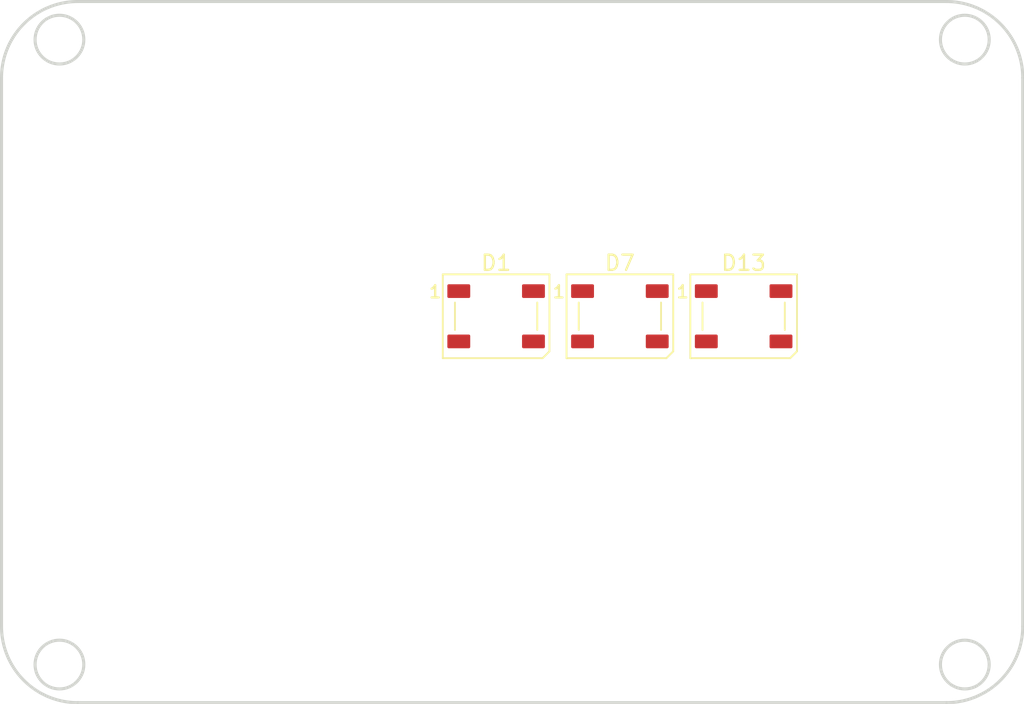
<source format=kicad_pcb>
(kicad_pcb (version 20241229) (generator "pcbnew") (generator_version "9.0")
  (layers (0 "F.Cu" signal) (2 "B.Cu" signal) (13 "F.Paste" user) (15 "B.Paste" user) (5 "F.SilkS" user "F.Silkscreen") (7 "B.SilkS" user "B.Silkscreen") (1 "F.Mask" user) (3 "B.Mask" user) (25 "Edge.Cuts" user))
  (net 0 "")
  (net 1 "GND")
  (net 2 "/LEDs")
  (net 3 "Net-(D1-DOUT)")
  (net 4 "/D+")
  (net 5 "Net-(D6-DOUT)")
  (net 6 "Net-(D7-DOUT)")
  (net 7 "Net-(D12-DOUT)")
  (net 8 "Net-(D13-DOUT)")
  (footprint "LED_SMD:LED_WS2812B_PLCC4_5.0x5.0mm_P3.2mm" (layer "F.Cu") (at 172.19 82.65)
    (property "Reference" "D13" (at 0 -3.5 0) (layer "F.SilkS"))
    (property "Value" "WS2812B" (hide yes))
    (fp_line (start -3.5 -2.75) (end -3.5 2.75) (stroke (width 0.12)) (layer "F.SilkS"))
    (fp_line (start -3.5 -2.75) (end 3.5 -2.75) (stroke (width 0.12)) (layer "F.SilkS"))
    (fp_line (start -3.5 2.75) (end 3.05 2.75) (stroke (width 0.12)) (layer "F.SilkS"))
    (fp_line (start -2.7 0.9) (end -2.7 -0.9) (stroke (width 0.12)) (layer "F.SilkS"))
    (fp_line (start 2.7 0.9) (end 2.7 -0.9) (stroke (width 0.12)) (layer "F.SilkS"))
    (fp_line (start 3.05 2.75) (end 3.5 2.3) (stroke (width 0.12)) (layer "F.SilkS"))
    (fp_line (start 3.5 2.3) (end 3.5 -2.75) (stroke (width 0.12)) (layer "F.SilkS"))
    (fp_text user "1" (at -4 -1.6 0) (layer "F.SilkS") (effects (font (size 0.8 0.8))))
    (pad "1" smd roundrect (at -2.45 -1.65) (size 1.5 0.9) (layers "F.Cu" "F.Mask" "F.Paste") (roundrect_rratio 0.1) (net 2 "/LEDs"))
    (pad "2" smd roundrect (at -2.45 1.65) (size 1.5 0.9) (layers "F.Cu" "F.Mask" "F.Paste") (roundrect_rratio 0.1) (net 8 "Net-(D13-DOUT)"))
    (pad "3" smd roundrect (at 2.45 1.65) (size 1.5 0.9) (layers "F.Cu" "F.Mask" "F.Paste") (roundrect_rratio 0.1) (net 1 "GND"))
    (pad "4" smd roundrect (at 2.45 -1.65) (size 1.5 0.9) (layers "F.Cu" "F.Mask" "F.Paste") (roundrect_rratio 0.1) (net 7 "Net-(D12-DOUT)"))
  )
  (footprint "LED_SMD:LED_WS2812B_PLCC4_5.0x5.0mm_P3.2mm" (layer "F.Cu") (at 164.07 82.65)
    (property "Reference" "D7" (at 0 -3.5 0) (layer "F.SilkS"))
    (property "Value" "WS2812B" (hide yes))
    (fp_line (start -3.5 -2.75) (end -3.5 2.75) (stroke (width 0.12)) (layer "F.SilkS"))
    (fp_line (start -3.5 -2.75) (end 3.5 -2.75) (stroke (width 0.12)) (layer "F.SilkS"))
    (fp_line (start -3.5 2.75) (end 3.05 2.75) (stroke (width 0.12)) (layer "F.SilkS"))
    (fp_line (start -2.7 0.9) (end -2.7 -0.9) (stroke (width 0.12)) (layer "F.SilkS"))
    (fp_line (start 2.7 0.9) (end 2.7 -0.9) (stroke (width 0.12)) (layer "F.SilkS"))
    (fp_line (start 3.05 2.75) (end 3.5 2.3) (stroke (width 0.12)) (layer "F.SilkS"))
    (fp_line (start 3.5 2.3) (end 3.5 -2.75) (stroke (width 0.12)) (layer "F.SilkS"))
    (fp_text user "1" (at -4 -1.6 0) (layer "F.SilkS") (effects (font (size 0.8 0.8))))
    (pad "1" smd roundrect (at -2.45 -1.65) (size 1.5 0.9) (layers "F.Cu" "F.Mask" "F.Paste") (roundrect_rratio 0.1) (net 2 "/LEDs"))
    (pad "2" smd roundrect (at -2.45 1.65) (size 1.5 0.9) (layers "F.Cu" "F.Mask" "F.Paste") (roundrect_rratio 0.1) (net 6 "Net-(D7-DOUT)"))
    (pad "3" smd roundrect (at 2.45 1.65) (size 1.5 0.9) (layers "F.Cu" "F.Mask" "F.Paste") (roundrect_rratio 0.1) (net 1 "GND"))
    (pad "4" smd roundrect (at 2.45 -1.65) (size 1.5 0.9) (layers "F.Cu" "F.Mask" "F.Paste") (roundrect_rratio 0.1) (net 5 "Net-(D6-DOUT)"))
  )
  (footprint "LED_SMD:LED_WS2812B_PLCC4_5.0x5.0mm_P3.2mm" (layer "F.Cu") (at 155.95 82.65)
    (property "Reference" "D1" (at 0 -3.5 0) (layer "F.SilkS"))
    (property "Value" "WS2812B" (hide yes))
    (fp_line (start -3.5 -2.75) (end -3.5 2.75) (stroke (width 0.12)) (layer "F.SilkS"))
    (fp_line (start -3.5 -2.75) (end 3.5 -2.75) (stroke (width 0.12)) (layer "F.SilkS"))
    (fp_line (start -3.5 2.75) (end 3.05 2.75) (stroke (width 0.12)) (layer "F.SilkS"))
    (fp_line (start -2.7 0.9) (end -2.7 -0.9) (stroke (width 0.12)) (layer "F.SilkS"))
    (fp_line (start 2.7 0.9) (end 2.7 -0.9) (stroke (width 0.12)) (layer "F.SilkS"))
    (fp_line (start 3.05 2.75) (end 3.5 2.3) (stroke (width 0.12)) (layer "F.SilkS"))
    (fp_line (start 3.5 2.3) (end 3.5 -2.75) (stroke (width 0.12)) (layer "F.SilkS"))
    (fp_text user "1" (at -4 -1.6 0) (layer "F.SilkS") (effects (font (size 0.8 0.8))))
    (pad "1" smd roundrect (at -2.45 -1.65) (size 1.5 0.9) (layers "F.Cu" "F.Mask" "F.Paste") (roundrect_rratio 0.1) (net 2 "/LEDs"))
    (pad "2" smd roundrect (at -2.45 1.65) (size 1.5 0.9) (layers "F.Cu" "F.Mask" "F.Paste") (roundrect_rratio 0.1) (net 3 "Net-(D1-DOUT)"))
    (pad "3" smd roundrect (at 2.45 1.65) (size 1.5 0.9) (layers "F.Cu" "F.Mask" "F.Paste") (roundrect_rratio 0.1) (net 1 "GND"))
    (pad "4" smd roundrect (at 2.45 -1.65) (size 1.5 0.9) (layers "F.Cu" "F.Mask" "F.Paste") (roundrect_rratio 0.1) (net 4 "/D+"))
  )
  (gr_arc (start 123.5 67.000001) (mid 124.964466 63.464466) (end 128.499999 62) (stroke (width 0.2)) (layer "Edge.Cuts"))
  (gr_line (start 190.5 103) (end 190.5 67) (stroke (width 0.2)) (layer "Edge.Cuts"))
  (gr_line (start 128.500001 108) (end 185.5 108) (stroke (width 0.2)) (layer "Edge.Cuts"))
  (gr_circle (center 127.3 64.5) (end 128.9 64.5) (stroke (width 0.2)) (fill no) (layer "Edge.Cuts"))
  (gr_circle (center 127.3 105.5) (end 128.9 105.5) (stroke (width 0.2)) (fill no) (layer "Edge.Cuts"))
  (gr_circle (center 186.7 105.5) (end 188.3 105.5) (stroke (width 0.2)) (fill no) (layer "Edge.Cuts"))
  (gr_arc (start 190.5 103) (mid 189.035534 106.535534) (end 185.5 108) (stroke (width 0.2)) (layer "Edge.Cuts"))
  (gr_arc (start 185.5 62) (mid 189.035534 63.464466) (end 190.5 67) (stroke (width 0.2)) (layer "Edge.Cuts"))
  (gr_arc (start 128.500001 108) (mid 124.964466 106.535534) (end 123.5 103.000001) (stroke (width 0.2)) (layer "Edge.Cuts"))
  (gr_circle (center 186.7 64.5) (end 188.3 64.5) (stroke (width 0.2)) (fill no) (layer "Edge.Cuts"))
  (gr_line (start 123.5 67.000001) (end 123.5 103.000001) (stroke (width 0.2)) (layer "Edge.Cuts"))
  (gr_line (start 185.5 62) (end 128.499999 62) (stroke (width 0.2)) (layer "Edge.Cuts"))
)
</source>
